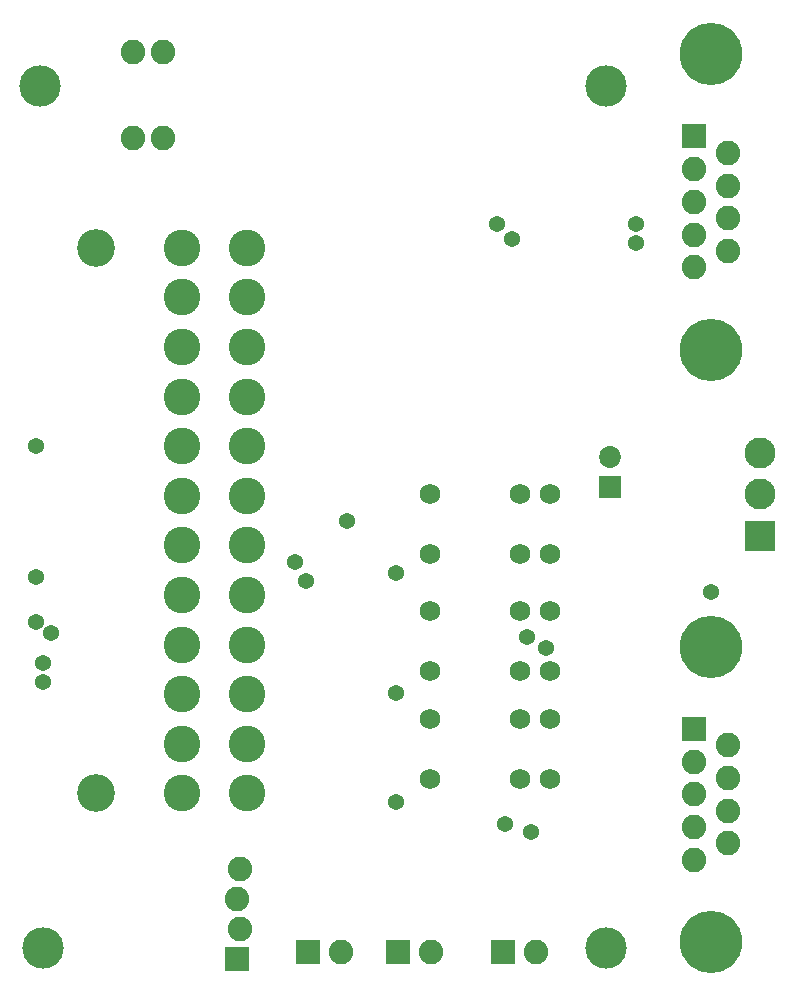
<source format=gbs>
G75*
%MOIN*%
%OFA0B0*%
%FSLAX24Y24*%
%IPPOS*%
%LPD*%
%AMOC8*
5,1,8,0,0,1.08239X$1,22.5*
%
%ADD10R,0.0820X0.0820*%
%ADD11C,0.0820*%
%ADD12C,0.2080*%
%ADD13C,0.0680*%
%ADD14C,0.1380*%
%ADD15R,0.1030X0.1030*%
%ADD16C,0.1030*%
%ADD17C,0.1222*%
%ADD18C,0.1261*%
%ADD19C,0.0730*%
%ADD20R,0.0730X0.0730*%
%ADD21C,0.0540*%
D10*
X008500Y001005D03*
X010875Y001255D03*
X013875Y001255D03*
X017375Y001255D03*
X023741Y008686D03*
X023741Y028436D03*
D11*
X023741Y027346D03*
X023741Y026255D03*
X023741Y025164D03*
X023741Y024074D03*
X024859Y024621D03*
X024859Y025712D03*
X024859Y026798D03*
X024859Y027889D03*
X024859Y008139D03*
X024859Y007048D03*
X024859Y005962D03*
X024859Y004871D03*
X023741Y005414D03*
X023741Y004324D03*
X023741Y006505D03*
X023741Y007596D03*
X018475Y001255D03*
X014975Y001255D03*
X011975Y001255D03*
X008600Y002005D03*
X008500Y003005D03*
X008600Y004005D03*
X006050Y028380D03*
X005050Y028380D03*
X005050Y031255D03*
X006050Y031255D03*
D12*
X024300Y031176D03*
X024300Y021334D03*
X024300Y011426D03*
X024300Y001584D03*
D13*
X018925Y007005D03*
X017925Y007005D03*
X017925Y009005D03*
X018925Y009005D03*
X018925Y010630D03*
X017925Y010630D03*
X017925Y012630D03*
X018925Y012630D03*
X018925Y014505D03*
X017925Y014505D03*
X017925Y016505D03*
X018925Y016505D03*
X014925Y016505D03*
X014925Y014505D03*
X014925Y012630D03*
X014925Y010630D03*
X014925Y009005D03*
X014925Y007005D03*
D14*
X002050Y001380D03*
X020800Y001380D03*
X020800Y030130D03*
X001925Y030130D03*
D15*
X025925Y015130D03*
D16*
X025925Y016508D03*
X025925Y017886D03*
D17*
X008839Y018110D03*
X008839Y016457D03*
X008839Y014803D03*
X008839Y013150D03*
X008839Y011496D03*
X008839Y009843D03*
X008839Y008189D03*
X008839Y006536D03*
X006674Y006536D03*
X006674Y008189D03*
X006674Y009843D03*
X006674Y011496D03*
X006674Y013150D03*
X006674Y014803D03*
X006674Y016457D03*
X006674Y018110D03*
X006674Y019764D03*
X006674Y021417D03*
X006674Y023071D03*
X006674Y024724D03*
X008839Y024724D03*
X008839Y023071D03*
X008839Y021417D03*
X008839Y019764D03*
D18*
X003800Y024724D03*
X003800Y006536D03*
D19*
X020925Y017755D03*
D20*
X020925Y016755D03*
D21*
X024300Y013255D03*
X018800Y011380D03*
X018175Y011755D03*
X013800Y009880D03*
X013800Y006255D03*
X017425Y005505D03*
X018300Y005255D03*
X010800Y013630D03*
X010425Y014255D03*
X012175Y015630D03*
X013800Y013880D03*
X021800Y024880D03*
X021800Y025505D03*
X017675Y025005D03*
X017175Y025505D03*
X002300Y011880D03*
X001800Y012255D03*
X002050Y010880D03*
X002050Y010255D03*
X001800Y013755D03*
X001800Y018130D03*
M02*

</source>
